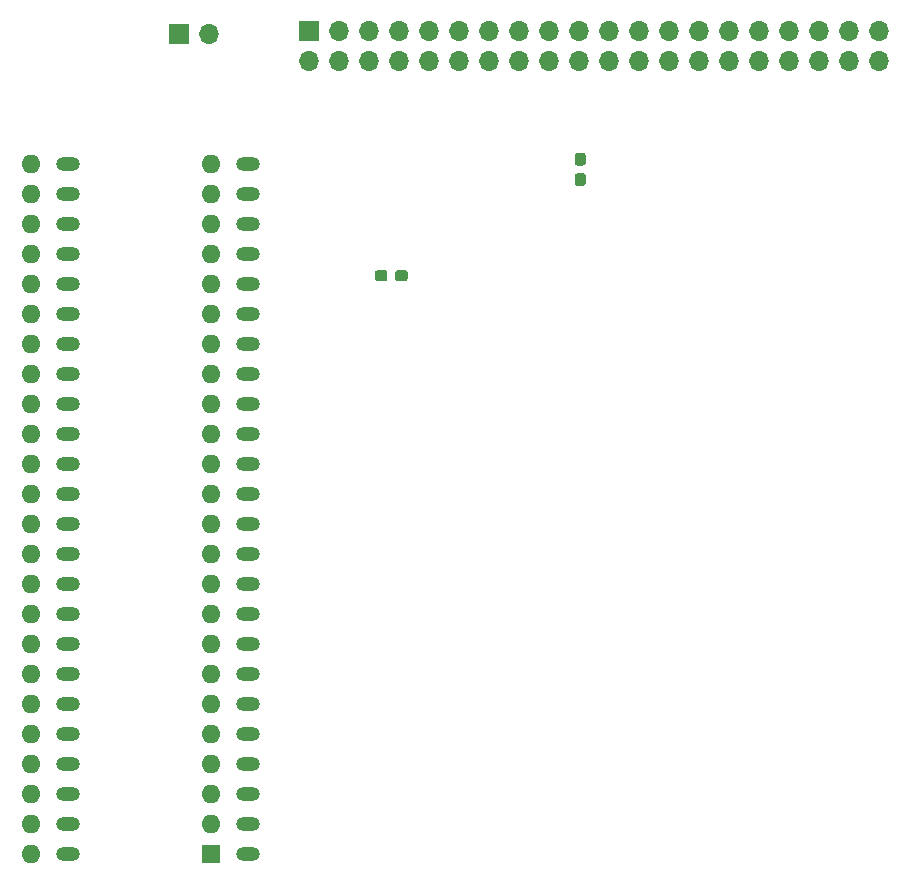
<source format=gbr>
%TF.GenerationSoftware,KiCad,Pcbnew,5.1.9-73d0e3b20d~88~ubuntu20.10.1*%
%TF.CreationDate,2021-04-17T09:46:50+01:00*%
%TF.ProjectId,A1000,41313030-302e-46b6-9963-61645f706362,rev?*%
%TF.SameCoordinates,Original*%
%TF.FileFunction,Soldermask,Bot*%
%TF.FilePolarity,Negative*%
%FSLAX46Y46*%
G04 Gerber Fmt 4.6, Leading zero omitted, Abs format (unit mm)*
G04 Created by KiCad (PCBNEW 5.1.9-73d0e3b20d~88~ubuntu20.10.1) date 2021-04-17 09:46:50*
%MOMM*%
%LPD*%
G01*
G04 APERTURE LIST*
%ADD10O,2.000000X1.200000*%
%ADD11O,1.700000X1.700000*%
%ADD12R,1.700000X1.700000*%
%ADD13O,1.600000X1.600000*%
%ADD14R,1.600000X1.600000*%
G04 APERTURE END LIST*
D10*
%TO.C,U2*%
X90370000Y-70070000D03*
X75130000Y-70070000D03*
X90370000Y-72610000D03*
X75130000Y-72610000D03*
X90370000Y-75150000D03*
X75130000Y-75150000D03*
X90370000Y-77690000D03*
X75130000Y-77690000D03*
X90370000Y-80230000D03*
X75130000Y-80230000D03*
X90370000Y-82770000D03*
X75130000Y-82770000D03*
X90370000Y-85310000D03*
X75130000Y-85310000D03*
X90370000Y-87850000D03*
X75130000Y-87850000D03*
X90370000Y-90390000D03*
X75130000Y-90390000D03*
X90370000Y-92930000D03*
X75130000Y-92930000D03*
X90370000Y-95470000D03*
X75130000Y-95470000D03*
X90370000Y-98010000D03*
X75130000Y-98010000D03*
X90370000Y-100550000D03*
X75130000Y-100550000D03*
X90370000Y-103090000D03*
X75130000Y-103090000D03*
X90370000Y-105630000D03*
X75130000Y-105630000D03*
X90370000Y-108170000D03*
X75130000Y-108170000D03*
X90370000Y-110710000D03*
X75130000Y-110710000D03*
X90370000Y-113250000D03*
X75130000Y-113250000D03*
X90370000Y-115790000D03*
X75130000Y-115790000D03*
X90370000Y-118330000D03*
X75130000Y-118330000D03*
X90370000Y-120870000D03*
X75130000Y-120870000D03*
X90370000Y-123410000D03*
X75130000Y-123410000D03*
X90370000Y-125950000D03*
X75130000Y-125950000D03*
X90370000Y-128490000D03*
X75130000Y-128490000D03*
%TD*%
D11*
%TO.C,JP1*%
X87040000Y-59000000D03*
D12*
X84500000Y-59000000D03*
%TD*%
D13*
%TO.C,U1*%
X72010000Y-128500000D03*
X87250000Y-70080000D03*
X72010000Y-125960000D03*
X87250000Y-72620000D03*
X72010000Y-123420000D03*
X87250000Y-75160000D03*
X72010000Y-120880000D03*
X87250000Y-77700000D03*
X72010000Y-118340000D03*
X87250000Y-80240000D03*
X72010000Y-115800000D03*
X87250000Y-82780000D03*
X72010000Y-113260000D03*
X87250000Y-85320000D03*
X72010000Y-110720000D03*
X87250000Y-87860000D03*
X72010000Y-108180000D03*
X87250000Y-90400000D03*
X72010000Y-105640000D03*
X87250000Y-92940000D03*
X72010000Y-103100000D03*
X87250000Y-95480000D03*
X72010000Y-100560000D03*
X87250000Y-98020000D03*
X72010000Y-98020000D03*
X87250000Y-100560000D03*
X72010000Y-95480000D03*
X87250000Y-103100000D03*
X72010000Y-92940000D03*
X87250000Y-105640000D03*
X72010000Y-90400000D03*
X87250000Y-108180000D03*
X72010000Y-87860000D03*
X87250000Y-110720000D03*
X72010000Y-85320000D03*
X87250000Y-113260000D03*
X72010000Y-82780000D03*
X87250000Y-115800000D03*
X72010000Y-80240000D03*
X87250000Y-118340000D03*
X72010000Y-77700000D03*
X87250000Y-120880000D03*
X72010000Y-75160000D03*
X87250000Y-123420000D03*
X72010000Y-72620000D03*
X87250000Y-125960000D03*
X72010000Y-70080000D03*
D14*
X87250000Y-128500000D03*
%TD*%
D11*
%TO.C,J1*%
X143760000Y-61290000D03*
X143760000Y-58750000D03*
X141220000Y-61290000D03*
X141220000Y-58750000D03*
X138680000Y-61290000D03*
X138680000Y-58750000D03*
X136140000Y-61290000D03*
X136140000Y-58750000D03*
X133600000Y-61290000D03*
X133600000Y-58750000D03*
X131060000Y-61290000D03*
X131060000Y-58750000D03*
X128520000Y-61290000D03*
X128520000Y-58750000D03*
X125980000Y-61290000D03*
X125980000Y-58750000D03*
X123440000Y-61290000D03*
X123440000Y-58750000D03*
X120900000Y-61290000D03*
X120900000Y-58750000D03*
X118360000Y-61290000D03*
X118360000Y-58750000D03*
X115820000Y-61290000D03*
X115820000Y-58750000D03*
X113280000Y-61290000D03*
X113280000Y-58750000D03*
X110740000Y-61290000D03*
X110740000Y-58750000D03*
X108200000Y-61290000D03*
X108200000Y-58750000D03*
X105660000Y-61290000D03*
X105660000Y-58750000D03*
X103120000Y-61290000D03*
X103120000Y-58750000D03*
X100580000Y-61290000D03*
X100580000Y-58750000D03*
X98040000Y-61290000D03*
X98040000Y-58750000D03*
X95500000Y-61290000D03*
D12*
X95500000Y-58750000D03*
%TD*%
%TO.C,C2*%
G36*
G01*
X102175000Y-79262500D02*
X102175000Y-79737500D01*
G75*
G02*
X101937500Y-79975000I-237500J0D01*
G01*
X101337500Y-79975000D01*
G75*
G02*
X101100000Y-79737500I0J237500D01*
G01*
X101100000Y-79262500D01*
G75*
G02*
X101337500Y-79025000I237500J0D01*
G01*
X101937500Y-79025000D01*
G75*
G02*
X102175000Y-79262500I0J-237500D01*
G01*
G37*
G36*
G01*
X103900000Y-79262500D02*
X103900000Y-79737500D01*
G75*
G02*
X103662500Y-79975000I-237500J0D01*
G01*
X103062500Y-79975000D01*
G75*
G02*
X102825000Y-79737500I0J237500D01*
G01*
X102825000Y-79262500D01*
G75*
G02*
X103062500Y-79025000I237500J0D01*
G01*
X103662500Y-79025000D01*
G75*
G02*
X103900000Y-79262500I0J-237500D01*
G01*
G37*
%TD*%
%TO.C,C1*%
G36*
G01*
X118737500Y-70175000D02*
X118262500Y-70175000D01*
G75*
G02*
X118025000Y-69937500I0J237500D01*
G01*
X118025000Y-69337500D01*
G75*
G02*
X118262500Y-69100000I237500J0D01*
G01*
X118737500Y-69100000D01*
G75*
G02*
X118975000Y-69337500I0J-237500D01*
G01*
X118975000Y-69937500D01*
G75*
G02*
X118737500Y-70175000I-237500J0D01*
G01*
G37*
G36*
G01*
X118737500Y-71900000D02*
X118262500Y-71900000D01*
G75*
G02*
X118025000Y-71662500I0J237500D01*
G01*
X118025000Y-71062500D01*
G75*
G02*
X118262500Y-70825000I237500J0D01*
G01*
X118737500Y-70825000D01*
G75*
G02*
X118975000Y-71062500I0J-237500D01*
G01*
X118975000Y-71662500D01*
G75*
G02*
X118737500Y-71900000I-237500J0D01*
G01*
G37*
%TD*%
M02*

</source>
